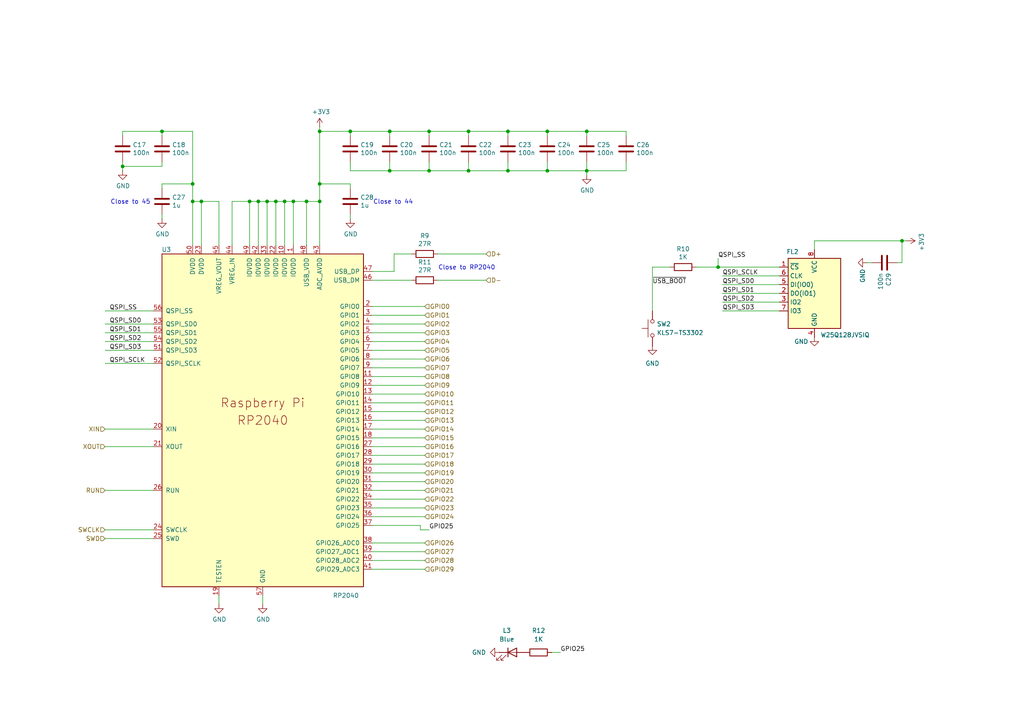
<source format=kicad_sch>
(kicad_sch (version 20231120) (generator "eeschema") (generator_version "8.0")
  (paper "A4")
  (title_block (title "FRANK M1") (date "2025-02-04") (rev "1.00") (company "Mikhail Matveev") (comment 1 "https://github.com/xtremespb/frank"))
  (lib_symbols
    (symbol "+3V3_1" (power) (pin_numbers hide) (pin_names (offset 0) hide)
      (property "Value" "+3V3" (at 0 3.556 0))
      (symbol "+3V3_1_0_1"
        (polyline (pts (xy -0.762 1.27) (xy 0 2.54)))
        (polyline (pts (xy 0 0) (xy 0 2.54)))
        (polyline (pts (xy 0 2.54) (xy 0.762 1.27)))
      )
      (symbol "+3V3_1_1_1"
        (pin power_in line (at 0 0 90) (length 0) (name "~") (number "1"))
      )
    )
    (symbol "Device:C" (pin_numbers hide) (pin_names (offset 0.254))
      (property "Reference" "C" (at 0.635 2.54 0))
      (property "Value" "C" (at 0.635 -2.54 0))
      (symbol "C_0_1"
        (polyline (pts (xy -2.032 -0.762) (xy 2.032 -0.762)) (stroke (width 0.508)))
        (polyline (pts (xy -2.032 0.762) (xy 2.032 0.762)) (stroke (width 0.508)))
      )
      (symbol "C_1_1"
        (pin passive line (at 0 3.81 270) (length 2.794) (name "~") (number "1"))
        (pin passive line (at 0 -3.81 90) (length 2.794) (name "~") (number "2"))
      )
    )
    (symbol "Device:LED" (pin_numbers hide) (pin_names (offset 1.016) hide)
      (property "Reference" "D" (at 0 2.54 0))
      (property "Value" "LED" (at 0 -2.54 0))
      (symbol "LED_0_1"
        (polyline (pts (xy -1.27 -1.27) (xy -1.27 1.27)) (stroke (width 0.254)))
        (polyline (pts (xy -1.27 0) (xy 1.27 0)))
        (polyline (pts (xy 1.27 -1.27) (xy 1.27 1.27) (xy -1.27 0) (xy 1.27 -1.27)) (stroke (width 0.254)))
        (polyline (pts (xy -3.048 -0.762) (xy -4.572 -2.286) (xy -3.81 -2.286) (xy -4.572 -2.286) (xy -4.572 -1.524)))
        (polyline (pts (xy -1.778 -0.762) (xy -3.302 -2.286) (xy -2.54 -2.286) (xy -3.302 -2.286) (xy -3.302 -1.524)))
      )
      (symbol "LED_1_1"
        (pin passive line (at -3.81 0 0) (length 2.54) (name "K") (number "1"))
        (pin passive line (at 3.81 0 180) (length 2.54) (name "A") (number "2"))
      )
    )
    (symbol "Device:R" (pin_numbers hide) (pin_names (offset 0))
      (property "Reference" "R" (at 2.032 0 90))
      (property "Value" "R" (at 0 0 90))
      (symbol "R_0_1"
        (rectangle (start -1.016 -2.54) (end 1.016 2.54) (stroke (width 0.254)))
      )
      (symbol "R_1_1"
        (pin passive line (at 0 3.81 270) (length 1.27) (name "~") (number "1"))
        (pin passive line (at 0 -3.81 90) (length 1.27) (name "~") (number "2"))
      )
    )
    (symbol "FRANK:Flash_W25Q128JVS"
      (property "Reference" "FL1" (at -6.35 12.065 0))
      (property "Value" "W25Q128JVSIQ" (at 8.89 -12.065 0))
      (symbol "Flash_W25Q128JVS_0_1"
        (rectangle (start -7.62 10.16) (end 7.62 -10.16) (stroke (width 0.254)) (fill (type background)))
      )
      (symbol "Flash_W25Q128JVS_1_1"
        (pin input line (at -10.16 7.62 0) (length 2.54) (name "~{CS}") (number "1"))
        (pin bidirectional line (at -10.16 0 0) (length 2.54) (name "DO(IO1)") (number "2"))
        (pin bidirectional line (at -10.16 -2.54 0) (length 2.54) (name "IO2") (number "3"))
        (pin power_in line (at 0 -12.7 90) (length 2.54) (name "GND") (number "4"))
        (pin bidirectional line (at -10.16 2.54 0) (length 2.54) (name "DI(IO0)") (number "5"))
        (pin input line (at -10.16 5.08 0) (length 2.54) (name "CLK") (number "6"))
        (pin bidirectional line (at -10.16 -5.08 0) (length 2.54) (name "IO3") (number "7"))
        (pin power_in line (at 0 12.7 270) (length 2.54) (name "VCC") (number "8"))
      )
    )
    (symbol "FRANK:RP2040" (pin_names (offset 1.016))
      (property "Reference" "RP1" (at -27.94 49.53 0))
      (property "Value" "RP2040" (at 24.13 -50.8 0))
      (symbol "RP2040_0_0"
        (text "Raspberry Pi" (at 0 5.08 0) (effects (font (size 2.54 2.54))))
        (text "RP2040" (at 0 0 0) (effects (font (size 2.54 2.54))))
      )
      (symbol "RP2040_0_1"
        (rectangle (start 29.21 48.26) (end -29.21 -48.26) (stroke (width 0.254)) (fill (type background)))
      )
      (symbol "RP2040_1_1"
        (pin power_in line (at 8.89 50.8 270) (length 2.54) (name "IOVDD") (number "1"))
        (pin power_in line (at 6.35 50.8 270) (length 2.54) (name "IOVDD") (number "10"))
        (pin bidirectional line (at 31.75 12.7 180) (length 2.54) (name "GPIO8") (number "11"))
        (pin bidirectional line (at 31.75 10.16 180) (length 2.54) (name "GPIO9") (number "12"))
        (pin bidirectional line (at 31.75 7.62 180) (length 2.54) (name "GPIO10") (number "13"))
        (pin bidirectional line (at 31.75 5.08 180) (length 2.54) (name "GPIO11") (number "14"))
        (pin bidirectional line (at 31.75 2.54 180) (length 2.54) (name "GPIO12") (number "15"))
        (pin bidirectional line (at 31.75 0 180) (length 2.54) (name "GPIO13") (number "16"))
        (pin bidirectional line (at 31.75 -2.54 180) (length 2.54) (name "GPIO14") (number "17"))
        (pin bidirectional line (at 31.75 -5.08 180) (length 2.54) (name "GPIO15") (number "18"))
        (pin passive line (at -12.7 -50.8 90) (length 2.54) (name "TESTEN") (number "19"))
        (pin bidirectional line (at 31.75 33.02 180) (length 2.54) (name "GPIO0") (number "2"))
        (pin input line (at -31.75 -2.54 0) (length 2.54) (name "XIN") (number "20"))
        (pin passive line (at -31.75 -7.62 0) (length 2.54) (name "XOUT") (number "21"))
        (pin power_in line (at 3.81 50.8 270) (length 2.54) (name "IOVDD") (number "22"))
        (pin power_in line (at -17.78 50.8 270) (length 2.54) (name "DVDD") (number "23"))
        (pin output line (at -31.75 -31.75 0) (length 2.54) (name "SWCLK") (number "24"))
        (pin bidirectional line (at -31.75 -34.29 0) (length 2.54) (name "SWD") (number "25"))
        (pin input line (at -31.75 -20.32 0) (length 2.54) (name "RUN") (number "26"))
        (pin bidirectional line (at 31.75 -7.62 180) (length 2.54) (name "GPIO16") (number "27"))
        (pin bidirectional line (at 31.75 -10.16 180) (length 2.54) (name "GPIO17") (number "28"))
        (pin bidirectional line (at 31.75 -12.7 180) (length 2.54) (name "GPIO18") (number "29"))
        (pin bidirectional line (at 31.75 30.48 180) (length 2.54) (name "GPIO1") (number "3"))
        (pin bidirectional line (at 31.75 -15.24 180) (length 2.54) (name "GPIO19") (number "30"))
        (pin bidirectional line (at 31.75 -17.78 180) (length 2.54) (name "GPIO20") (number "31"))
        (pin bidirectional line (at 31.75 -20.32 180) (length 2.54) (name "GPIO21") (number "32"))
        (pin power_in line (at 1.27 50.8 270) (length 2.54) (name "IOVDD") (number "33"))
        (pin bidirectional line (at 31.75 -22.86 180) (length 2.54) (name "GPIO22") (number "34"))
        (pin bidirectional line (at 31.75 -25.4 180) (length 2.54) (name "GPIO23") (number "35"))
        (pin bidirectional line (at 31.75 -27.94 180) (length 2.54) (name "GPIO24") (number "36"))
        (pin bidirectional line (at 31.75 -30.48 180) (length 2.54) (name "GPIO25") (number "37"))
        (pin bidirectional line (at 31.75 -35.56 180) (length 2.54) (name "GPIO26_ADC0") (number "38"))
        (pin bidirectional line (at 31.75 -38.1 180) (length 2.54) (name "GPIO27_ADC1") (number "39"))
        (pin bidirectional line (at 31.75 27.94 180) (length 2.54) (name "GPIO2") (number "4"))
        (pin bidirectional line (at 31.75 -40.64 180) (length 2.54) (name "GPIO28_ADC2") (number "40"))
        (pin bidirectional line (at 31.75 -43.18 180) (length 2.54) (name "GPIO29_ADC3") (number "41"))
        (pin power_in line (at -1.27 50.8 270) (length 2.54) (name "IOVDD") (number "42"))
        (pin power_in line (at 16.51 50.8 270) (length 2.54) (name "ADC_AVDD") (number "43"))
        (pin power_in line (at -8.89 50.8 270) (length 2.54) (name "VREG_IN") (number "44"))
        (pin power_out line (at -12.7 50.8 270) (length 2.54) (name "VREG_VOUT") (number "45"))
        (pin bidirectional line (at 31.75 40.64 180) (length 2.54) (name "USB_DM") (number "46"))
        (pin bidirectional line (at 31.75 43.18 180) (length 2.54) (name "USB_DP") (number "47"))
        (pin power_in line (at 12.7 50.8 270) (length 2.54) (name "USB_VDD") (number "48"))
        (pin power_in line (at -3.81 50.8 270) (length 2.54) (name "IOVDD") (number "49"))
        (pin bidirectional line (at 31.75 25.4 180) (length 2.54) (name "GPIO3") (number "5"))
        (pin power_in line (at -20.32 50.8 270) (length 2.54) (name "DVDD") (number "50"))
        (pin bidirectional line (at -31.75 20.32 0) (length 2.54) (name "QSPI_SD3") (number "51"))
        (pin output line (at -31.75 16.51 0) (length 2.54) (name "QSPI_SCLK") (number "52"))
        (pin bidirectional line (at -31.75 27.94 0) (length 2.54) (name "QSPI_SD0") (number "53"))
        (pin bidirectional line (at -31.75 22.86 0) (length 2.54) (name "QSPI_SD2") (number "54"))
        (pin bidirectional line (at -31.75 25.4 0) (length 2.54) (name "QSPI_SD1") (number "55"))
        (pin bidirectional line (at -31.75 31.75 0) (length 2.54) (name "QSPI_SS") (number "56"))
        (pin power_in line (at 0 -50.8 90) (length 2.54) (name "GND") (number "57"))
        (pin bidirectional line (at 31.75 22.86 180) (length 2.54) (name "GPIO4") (number "6"))
        (pin bidirectional line (at 31.75 20.32 180) (length 2.54) (name "GPIO5") (number "7"))
        (pin bidirectional line (at 31.75 17.78 180) (length 2.54) (name "GPIO6") (number "8"))
        (pin bidirectional line (at 31.75 15.24 180) (length 2.54) (name "GPIO7") (number "9"))
      )
    )
    (symbol "GND_10" (power) (pin_numbers hide) (pin_names (offset 0) hide)
      (property "Value" "GND" (at 0 -3.81 0))
      (symbol "GND_10_0_1"
        (polyline (pts (xy 0 0) (xy 0 -1.27) (xy 1.27 -1.27) (xy 0 -2.54) (xy -1.27 -1.27) (xy 0 -1.27)))
      )
      (symbol "GND_10_1_1"
        (pin power_in line (at 0 0 270) (length 0) (name "~") (number "1"))
      )
    )
    (symbol "GND_2" (power) (pin_numbers hide) (pin_names (offset 0) hide)
      (property "Value" "GND" (at 0 -3.81 0))
      (symbol "GND_2_0_1"
        (polyline (pts (xy 0 0) (xy 0 -1.27) (xy 1.27 -1.27) (xy 0 -2.54) (xy -1.27 -1.27) (xy 0 -1.27)))
      )
      (symbol "GND_2_1_1"
        (pin power_in line (at 0 0 270) (length 0) (name "~") (number "1"))
      )
    )
    (symbol "GND_3" (power) (pin_numbers hide) (pin_names (offset 0) hide)
      (property "Value" "GND" (at 0 -3.81 0))
      (symbol "GND_3_0_1"
        (polyline (pts (xy 0 0) (xy 0 -1.27) (xy 1.27 -1.27) (xy 0 -2.54) (xy -1.27 -1.27) (xy 0 -1.27)))
      )
      (symbol "GND_3_1_1"
        (pin power_in line (at 0 0 270) (length 0) (name "~") (number "1"))
      )
    )
    (symbol "GND_4" (power) (pin_numbers hide) (pin_names (offset 0) hide)
      (property "Value" "GND" (at 0 -3.81 0))
      (symbol "GND_4_0_1"
        (polyline (pts (xy 0 0) (xy 0 -1.27) (xy 1.27 -1.27) (xy 0 -2.54) (xy -1.27 -1.27) (xy 0 -1.27)))
      )
      (symbol "GND_4_1_1"
        (pin power_in line (at 0 0 270) (length 0) (name "~") (number "1"))
      )
    )
    (symbol "GND_5" (power) (pin_numbers hide) (pin_names (offset 0) hide)
      (property "Value" "GND" (at 0 -3.81 0))
      (symbol "GND_5_0_1"
        (polyline (pts (xy 0 0) (xy 0 -1.27) (xy 1.27 -1.27) (xy 0 -2.54) (xy -1.27 -1.27) (xy 0 -1.27)))
      )
      (symbol "GND_5_1_1"
        (pin power_in line (at 0 0 270) (length 0) (name "~") (number "1"))
      )
    )
    (symbol "GND_6" (power) (pin_numbers hide) (pin_names (offset 0) hide)
      (property "Value" "GND" (at 0 -3.81 0))
      (symbol "GND_6_0_1"
        (polyline (pts (xy 0 0) (xy 0 -1.27) (xy 1.27 -1.27) (xy 0 -2.54) (xy -1.27 -1.27) (xy 0 -1.27)))
      )
      (symbol "GND_6_1_1"
        (pin power_in line (at 0 0 270) (length 0) (name "~") (number "1"))
      )
    )
    (symbol "GND_7" (power) (pin_numbers hide) (pin_names (offset 0) hide)
      (property "Value" "GND" (at 0 -3.81 0))
      (symbol "GND_7_0_1"
        (polyline (pts (xy 0 0) (xy 0 -1.27) (xy 1.27 -1.27) (xy 0 -2.54) (xy -1.27 -1.27) (xy 0 -1.27)))
      )
      (symbol "GND_7_1_1"
        (pin power_in line (at 0 0 270) (length 0) (name "~") (number "1"))
      )
    )
    (symbol "GND_8" (power) (pin_numbers hide) (pin_names (offset 0) hide)
      (property "Value" "GND" (at 0 -3.81 0))
      (symbol "GND_8_0_1"
        (polyline (pts (xy 0 0) (xy 0 -1.27) (xy 1.27 -1.27) (xy 0 -2.54) (xy -1.27 -1.27) (xy 0 -1.27)))
      )
      (symbol "GND_8_1_1"
        (pin power_in line (at 0 0 270) (length 0) (name "~") (number "1"))
      )
    )
    (symbol "GND_9" (power) (pin_numbers hide) (pin_names (offset 0) hide)
      (property "Value" "GND" (at 0 -3.81 0))
      (symbol "GND_9_0_1"
        (polyline (pts (xy 0 0) (xy 0 -1.27) (xy 1.27 -1.27) (xy 0 -2.54) (xy -1.27 -1.27) (xy 0 -1.27)))
      )
      (symbol "GND_9_1_1"
        (pin power_in line (at 0 0 270) (length 0) (name "~") (number "1"))
      )
    )
    (symbol "Switch:SW_Push" (pin_numbers hide) (pin_names (offset 1.016) hide)
      (property "Reference" "SW" (at 1.27 2.54 0))
      (property "Value" "SW_Push" (at 0 -1.524 0))
      (symbol "SW_Push_0_1"
        (circle (center -2.032 0) (radius 0.508))
        (polyline (pts (xy 0 1.27) (xy 0 3.048)))
        (polyline (pts (xy 2.54 1.27) (xy -2.54 1.27)))
        (circle (center 2.032 0) (radius 0.508))
        (pin passive line (at -5.08 0 0) (length 2.54) (name "1") (number "1"))
        (pin passive line (at 5.08 0 180) (length 2.54) (name "2") (number "2"))
      )
    )
    (symbol "power:+3V3" (power) (pin_numbers hide) (pin_names (offset 0) hide)
      (property "Value" "+3V3" (at 0 3.556 0))
      (symbol "+3V3_0_1"
        (polyline (pts (xy -0.762 1.27) (xy 0 2.54)))
        (polyline (pts (xy 0 0) (xy 0 2.54)))
        (polyline (pts (xy 0 2.54) (xy 0.762 1.27)))
      )
      (symbol "+3V3_1_1"
        (pin power_in line (at 0 0 90) (length 0) (name "~") (number "1"))
      )
    )
    (symbol "power:GND" (power) (pin_numbers hide) (pin_names (offset 0) hide)
      (property "Value" "GND" (at 0 -3.81 0))
      (symbol "GND_0_1"
        (polyline (pts (xy 0 0) (xy 0 -1.27) (xy 1.27 -1.27) (xy 0 -2.54) (xy -1.27 -1.27) (xy 0 -1.27)))
      )
      (symbol "GND_1_1"
        (pin power_in line (at 0 0 270) (length 0) (name "~") (number "1"))
      )
    )
  )
  (junction (at 58.42 58.42))
  (junction (at 113.03 49.53))
  (junction (at 88.9 58.42))
  (junction (at 101.6 38.1))
  (junction (at 158.75 49.53))
  (junction (at 72.39 58.42))
  (junction (at 170.18 38.1))
  (junction (at 82.55 58.42))
  (junction (at 92.71 53.34))
  (junction (at 170.18 49.53))
  (junction (at 35.56 48.26))
  (junction (at 147.32 49.53))
  (junction (at 80.01 58.42))
  (junction (at 135.89 38.1))
  (junction (at 55.88 53.34))
  (junction (at 113.03 38.1))
  (junction (at 46.99 38.1))
  (junction (at 208.28 77.47))
  (junction (at 135.89 49.53))
  (junction (at 92.71 38.1))
  (junction (at 85.09 58.42))
  (junction (at 74.93 58.42))
  (junction (at 158.75 38.1))
  (junction (at 124.46 38.1))
  (junction (at 92.71 58.42))
  (junction (at 55.88 58.42))
  (junction (at 77.47 58.42))
  (junction (at 261.62 69.85))
  (junction (at 124.46 49.53))
  (junction (at 147.32 38.1))
  (wire (pts (xy 58.42 58.42) (xy 55.88 58.42)))
  (wire (pts (xy 226.06 82.55) (xy 209.55 82.55)))
  (wire (pts (xy 127 73.66) (xy 140.97 73.66)))
  (wire (pts (xy 107.95 104.14) (xy 123.19 104.14)))
  (wire (pts (xy 121.92 152.4) (xy 107.95 152.4)))
  (wire (pts (xy 46.99 48.26) (xy 46.99 46.99)))
  (wire (pts (xy 170.18 46.99) (xy 170.18 49.53)))
  (wire (pts (xy 189.23 77.47) (xy 189.23 90.17)))
  (wire (pts (xy 114.3 73.66) (xy 114.3 78.74)))
  (wire (pts (xy 82.55 58.42) (xy 85.09 58.42)))
  (wire (pts (xy 158.75 39.37) (xy 158.75 38.1)))
  (wire (pts (xy 92.71 38.1) (xy 101.6 38.1)))
  (wire (pts (xy 101.6 46.99) (xy 101.6 49.53)))
  (wire (pts (xy 101.6 39.37) (xy 101.6 38.1)))
  (wire (pts (xy 67.31 58.42) (xy 72.39 58.42)))
  (wire (pts (xy 252.73 76.2) (xy 251.46 76.2)))
  (wire (pts (xy 181.61 39.37) (xy 181.61 38.1)))
  (wire (pts (xy 107.95 142.24) (xy 123.19 142.24)))
  (wire (pts (xy 107.95 160.02) (xy 123.19 160.02)))
  (wire (pts (xy 113.03 39.37) (xy 113.03 38.1)))
  (wire (pts (xy 260.35 76.2) (xy 261.62 76.2)))
  (wire (pts (xy 101.6 62.23) (xy 101.6 63.5)))
  (wire (pts (xy 80.01 58.42) (xy 82.55 58.42)))
  (wire (pts (xy 92.71 58.42) (xy 92.71 71.12)))
  (wire (pts (xy 63.5 71.12) (xy 63.5 58.42)))
  (wire (pts (xy 30.48 99.06) (xy 44.45 99.06)))
  (wire (pts (xy 107.95 165.1) (xy 123.19 165.1)))
  (wire (pts (xy 113.03 46.99) (xy 113.03 49.53)))
  (wire (pts (xy 236.22 69.85) (xy 261.62 69.85)))
  (wire (pts (xy 46.99 39.37) (xy 46.99 38.1)))
  (wire (pts (xy 208.28 77.47) (xy 226.06 77.47)))
  (wire (pts (xy 107.95 127) (xy 123.19 127)))
  (wire (pts (xy 189.23 77.47) (xy 194.31 77.47)))
  (wire (pts (xy 30.48 124.46) (xy 44.45 124.46)))
  (wire (pts (xy 107.95 96.52) (xy 123.19 96.52)))
  (wire (pts (xy 181.61 46.99) (xy 181.61 49.53)))
  (wire (pts (xy 46.99 62.23) (xy 46.99 63.5)))
  (wire (pts (xy 107.95 101.6) (xy 123.19 101.6)))
  (wire (pts (xy 46.99 54.61) (xy 46.99 53.34)))
  (wire (pts (xy 92.71 53.34) (xy 92.71 58.42)))
  (wire (pts (xy 92.71 38.1) (xy 92.71 53.34)))
  (wire (pts (xy 127 81.28) (xy 140.97 81.28)))
  (wire (pts (xy 101.6 54.61) (xy 101.6 53.34)))
  (wire (pts (xy 88.9 71.12) (xy 88.9 58.42)))
  (wire (pts (xy 158.75 46.99) (xy 158.75 49.53)))
  (wire (pts (xy 55.88 53.34) (xy 55.88 58.42)))
  (wire (pts (xy 44.45 129.54) (xy 30.48 129.54)))
  (wire (pts (xy 44.45 153.67) (xy 30.48 153.67)))
  (wire (pts (xy 107.95 124.46) (xy 123.19 124.46)))
  (wire (pts (xy 107.95 139.7) (xy 123.19 139.7)))
  (wire (pts (xy 147.32 49.53) (xy 135.89 49.53)))
  (wire (pts (xy 72.39 58.42) (xy 74.93 58.42)))
  (wire (pts (xy 226.06 90.17) (xy 209.55 90.17)))
  (wire (pts (xy 101.6 38.1) (xy 113.03 38.1)))
  (wire (pts (xy 209.55 80.01) (xy 226.06 80.01)))
  (wire (pts (xy 107.95 162.56) (xy 123.19 162.56)))
  (wire (pts (xy 67.31 71.12) (xy 67.31 58.42)))
  (wire (pts (xy 88.9 58.42) (xy 92.71 58.42)))
  (wire (pts (xy 46.99 53.34) (xy 55.88 53.34)))
  (wire (pts (xy 201.93 77.47) (xy 208.28 77.47)))
  (wire (pts (xy 35.56 46.99) (xy 35.56 48.26)))
  (wire (pts (xy 135.89 38.1) (xy 147.32 38.1)))
  (wire (pts (xy 107.95 99.06) (xy 123.19 99.06)))
  (wire (pts (xy 107.95 114.3) (xy 123.19 114.3)))
  (wire (pts (xy 147.32 38.1) (xy 158.75 38.1)))
  (wire (pts (xy 55.88 38.1) (xy 55.88 53.34)))
  (wire (pts (xy 226.06 85.09) (xy 209.55 85.09)))
  (wire (pts (xy 236.22 72.39) (xy 236.22 69.85)))
  (wire (pts (xy 170.18 38.1) (xy 181.61 38.1)))
  (wire (pts (xy 114.3 73.66) (xy 119.38 73.66)))
  (wire (pts (xy 30.48 101.6) (xy 44.45 101.6)))
  (wire (pts (xy 107.95 147.32) (xy 123.19 147.32)))
  (wire (pts (xy 107.95 129.54) (xy 123.19 129.54)))
  (wire (pts (xy 80.01 71.12) (xy 80.01 58.42)))
  (wire (pts (xy 147.32 46.99) (xy 147.32 49.53)))
  (wire (pts (xy 72.39 71.12) (xy 72.39 58.42)))
  (wire (pts (xy 30.48 93.98) (xy 44.45 93.98)))
  (wire (pts (xy 107.95 106.68) (xy 123.19 106.68)))
  (wire (pts (xy 158.75 38.1) (xy 170.18 38.1)))
  (wire (pts (xy 113.03 38.1) (xy 124.46 38.1)))
  (wire (pts (xy 63.5 172.72) (xy 63.5 175.26)))
  (wire (pts (xy 107.95 132.08) (xy 123.19 132.08)))
  (wire (pts (xy 160.02 189.23) (xy 162.56 189.23)))
  (wire (pts (xy 107.95 116.84) (xy 123.19 116.84)))
  (wire (pts (xy 107.95 78.74) (xy 114.3 78.74)))
  (wire (pts (xy 124.46 46.99) (xy 124.46 49.53)))
  (wire (pts (xy 262.89 69.85) (xy 261.62 69.85)))
  (wire (pts (xy 147.32 39.37) (xy 147.32 38.1)))
  (wire (pts (xy 107.95 81.28) (xy 119.38 81.28)))
  (wire (pts (xy 35.56 48.26) (xy 46.99 48.26)))
  (wire (pts (xy 124.46 39.37) (xy 124.46 38.1)))
  (wire (pts (xy 107.95 91.44) (xy 123.19 91.44)))
  (wire (pts (xy 158.75 49.53) (xy 147.32 49.53)))
  (wire (pts (xy 92.71 53.34) (xy 101.6 53.34)))
  (wire (pts (xy 170.18 49.53) (xy 181.61 49.53)))
  (wire (pts (xy 55.88 58.42) (xy 55.88 71.12)))
  (wire (pts (xy 44.45 142.24) (xy 30.48 142.24)))
  (wire (pts (xy 44.45 156.21) (xy 30.48 156.21)))
  (wire (pts (xy 170.18 39.37) (xy 170.18 38.1)))
  (wire (pts (xy 85.09 58.42) (xy 88.9 58.42)))
  (wire (pts (xy 121.92 153.67) (xy 124.46 153.67)))
  (wire (pts (xy 107.95 119.38) (xy 123.19 119.38)))
  (wire (pts (xy 135.89 46.99) (xy 135.89 49.53)))
  (wire (pts (xy 113.03 49.53) (xy 101.6 49.53)))
  (wire (pts (xy 63.5 58.42) (xy 58.42 58.42)))
  (wire (pts (xy 135.89 39.37) (xy 135.89 38.1)))
  (wire (pts (xy 226.06 87.63) (xy 209.55 87.63)))
  (wire (pts (xy 124.46 38.1) (xy 135.89 38.1)))
  (wire (pts (xy 107.95 93.98) (xy 123.19 93.98)))
  (wire (pts (xy 135.89 49.53) (xy 124.46 49.53)))
  (wire (pts (xy 92.71 36.83) (xy 92.71 38.1)))
  (wire (pts (xy 121.92 153.67) (xy 121.92 152.4)))
  (wire (pts (xy 107.95 121.92) (xy 123.19 121.92)))
  (wire (pts (xy 208.28 74.93) (xy 208.28 77.47)))
  (wire (pts (xy 124.46 49.53) (xy 113.03 49.53)))
  (wire (pts (xy 77.47 58.42) (xy 80.01 58.42)))
  (wire (pts (xy 46.99 38.1) (xy 55.88 38.1)))
  (wire (pts (xy 107.95 111.76) (xy 123.19 111.76)))
  (wire (pts (xy 30.48 96.52) (xy 44.45 96.52)))
  (wire (pts (xy 85.09 58.42) (xy 85.09 71.12)))
  (wire (pts (xy 107.95 137.16) (xy 123.19 137.16)))
  (wire (pts (xy 35.56 38.1) (xy 46.99 38.1)))
  (wire (pts (xy 35.56 39.37) (xy 35.56 38.1)))
  (wire (pts (xy 35.56 48.26) (xy 35.56 49.53)))
  (wire (pts (xy 158.75 49.53) (xy 170.18 49.53)))
  (wire (pts (xy 74.93 71.12) (xy 74.93 58.42)))
  (wire (pts (xy 76.2 172.72) (xy 76.2 175.26)))
  (wire (pts (xy 44.45 105.41) (xy 30.48 105.41)))
  (wire (pts (xy 74.93 58.42) (xy 77.47 58.42)))
  (wire (pts (xy 170.18 49.53) (xy 170.18 50.8)))
  (wire (pts (xy 44.45 90.17) (xy 30.48 90.17)))
  (wire (pts (xy 107.95 134.62) (xy 123.19 134.62)))
  (wire (pts (xy 107.95 109.22) (xy 123.19 109.22)))
  (wire (pts (xy 77.47 71.12) (xy 77.47 58.42)))
  (wire (pts (xy 58.42 71.12) (xy 58.42 58.42)))
  (wire (pts (xy 107.95 157.48) (xy 123.19 157.48)))
  (wire (pts (xy 107.95 149.86) (xy 123.19 149.86)))
  (wire (pts (xy 261.62 76.2) (xy 261.62 69.85)))
  (wire (pts (xy 107.95 88.9) (xy 123.19 88.9)))
  (wire (pts (xy 82.55 71.12) (xy 82.55 58.42)))
  (wire (pts (xy 107.95 144.78) (xy 123.19 144.78)))
  (text "Close to 44" (at 114.046 58.674 0) (effects (font (size 1.27 1.27))))
  (text "Close to RP2040" (at 135.382 77.724 0) (effects (font (size 1.27 1.27))))
  (text "Close to 45" (at 37.846 58.674 0) (effects (font (size 1.27 1.27))))
  (label "QSPI_SD2" (at 209.55 87.63 0))
  (label "QSPI_SCLK" (at 31.75 105.41 0))
  (label "QSPI_SD0" (at 31.75 93.98 0))
  (label "QSPI_SS" (at 208.28 74.93 0))
  (label "QSPI_SCLK" (at 209.55 80.01 0))
  (label "QSPI_SD1" (at 31.75 96.52 0))
  (label "QSPI_SD3" (at 31.75 101.6 0))
  (label "GPIO25" (at 162.56 189.23 0))
  (label "GPIO25" (at 124.46 153.67 0))
  (label "~{USB_BOOT}" (at 189.23 82.55 0))
  (label "QSPI_SD0" (at 209.55 82.55 0))
  (label "QSPI_SD1" (at 209.55 85.09 0))
  (label "QSPI_SD3" (at 209.55 90.17 0))
  (label "QSPI_SD2" (at 31.75 99.06 0))
  (label "QSPI_SS" (at 31.75 90.17 0))
  (hierarchical_label "GPIO18" (shape input) (at 123.19 134.62 0))
  (hierarchical_label "GPIO29" (shape input) (at 123.19 165.1 0))
  (hierarchical_label "GPIO3" (shape input) (at 123.19 96.52 0))
  (hierarchical_label "GPIO15" (shape input) (at 123.19 127 0))
  (hierarchical_label "GPIO21" (shape input) (at 123.19 142.24 0))
  (hierarchical_label "GPIO16" (shape input) (at 123.19 129.54 0))
  (hierarchical_label "GPIO1" (shape input) (at 123.19 91.44 0))
  (hierarchical_label "D-" (shape input) (at 140.97 81.28 0))
  (hierarchical_label "GPIO11" (shape input) (at 123.19 116.84 0))
  (hierarchical_label "GPIO27" (shape input) (at 123.19 160.02 0))
  (hierarchical_label "D+" (shape input) (at 140.97 73.66 0))
  (hierarchical_label "GPIO20" (shape input) (at 123.19 139.7 0))
  (hierarchical_label "GPIO14" (shape input) (at 123.19 124.46 0))
  (hierarchical_label "GPIO8" (shape input) (at 123.19 109.22 0))
  (hierarchical_label "GPIO26" (shape input) (at 123.19 157.48 0))
  (hierarchical_label "GPIO22" (shape input) (at 123.19 144.78 0))
  (hierarchical_label "GPIO4" (shape input) (at 123.19 99.06 0))
  (hierarchical_label "GPIO7" (shape input) (at 123.19 106.68 0))
  (hierarchical_label "GPIO10" (shape input) (at 123.19 114.3 0))
  (hierarchical_label "SWD" (shape input) (at 30.48 156.21 180))
  (hierarchical_label "GPIO28" (shape input) (at 123.19 162.56 0))
  (hierarchical_label "RUN" (shape input) (at 30.48 142.24 180))
  (hierarchical_label "GPIO23" (shape input) (at 123.19 147.32 0))
  (hierarchical_label "GPIO0" (shape input) (at 123.19 88.9 0))
  (hierarchical_label "GPIO5" (shape input) (at 123.19 101.6 0))
  (hierarchical_label "SWCLK" (shape input) (at 30.48 153.67 180))
  (hierarchical_label "GPIO13" (shape input) (at 123.19 121.92 0))
  (hierarchical_label "GPIO6" (shape input) (at 123.19 104.14 0))
  (hierarchical_label "XIN" (shape input) (at 30.48 124.46 180))
  (hierarchical_label "GPIO2" (shape input) (at 123.19 93.98 0))
  (hierarchical_label "GPIO17" (shape input) (at 123.19 132.08 0))
  (hierarchical_label "GPIO12" (shape input) (at 123.19 119.38 0))
  (hierarchical_label "GPIO9" (shape input) (at 123.19 111.76 0))
  (hierarchical_label "GPIO24" (shape input) (at 123.19 149.86 0))
  (hierarchical_label "XOUT" (shape input) (at 30.48 129.54 180))
  (hierarchical_label "GPIO19" (shape input) (at 123.19 137.16 0))
  (symbol (lib_id "Device:C") (at 46.99 43.18 0) (unit 1)
    (property "Reference" "C18" (at 49.911 42.0116 0) (effects (justify left)))
    (property "Value" "100n" (at 49.911 44.323 0) (effects (justify left)))
    (property "Footprint" "FRANK:Capacitor (0805)" (effects (hide yes)))
    (property "Datasheet" "https://eu.mouser.com/datasheet/2/447/KEM_C1075_X7R_HT_SMD-3316221.pdf" (effects (hide yes)))
    (property "AliExpress" "https://www.aliexpress.com/item/33008008276.html" (effects (hide yes)))
    (instances (project "frank_m1" (path "" (reference "C18") (unit 1)) (path "" (reference "C2") (unit 1))))
  )
  (symbol (lib_id "FRANK:RP2040") (at 76.2 121.92 0) (unit 1)
    (property "Reference" "U3" (at 48.26 72.39 0))
    (property "Value" "RP2040" (at 100.33 172.72 0))
    (property "Footprint" "FRANK:QFN 56" (effects (hide yes)))
    (property "Datasheet" "https://datasheets.raspberrypi.com/rp2040/rp2040-datasheet.pdf" (effects (hide yes)))
    (property "AliExpress" "https://www.aliexpress.com/item/1005007275652762.html" (effects (hide yes)))
    (instances (project "frank_m1" (path "" (reference "U3") (unit 1)) (path "" (reference "U1") (unit 1))))
  )
  (symbol (lib_id "Device:R") (at 156.21 189.23 90) (unit 1)
    (property "Reference" "R12" (at 156.21 182.88 90))
    (property "Value" "1K" (at 156.21 185.42 90))
    (property "Footprint" "FRANK:Resistor (0805)" (effects (hide yes)))
    (property "Datasheet" "https://www.vishay.com/docs/28952/mcs0402at-mct0603at-mcu0805at-mca1206at.pdf" (effects (hide yes)))
    (property "Description" "Resistor" (effects (hide yes)))
    (property "AliExpress" "https://www.aliexpress.com/item/1005005945735199.html" (effects (hide yes)))
    (instances (project "frank_m1" (path "" (reference "R12") (unit 1)) (path "" (reference "R4") (unit 1))))
  )
  (symbol (lib_name "+3V3_1") (lib_id "power:+3V3") (at 92.71 36.83 0) (unit 1)
    (property "Reference" "#PWR026" (effects (hide yes)))
    (property "Value" "+3V3" (at 93.091 32.4358 0))
    (property "Description" "Power symbol creates a global label with name \"+3V3\"" (effects (hide yes)))
    (instances (project "frank_m1" (path "" (reference "#PWR026") (unit 1)) (path "" (reference "#PWR01") (unit 1))))
  )
  (symbol (lib_id "FRANK:Flash_W25Q128JVS") (at 236.22 85.09 0) (unit 1)
    (property "Reference" "FL2" (at 229.87 73.025 0))
    (property "Value" "W25Q128JVSIQ" (at 245.11 97.155 0))
    (property "Footprint" "FRANK:SOIC-8" (effects (hide yes)))
    (property "Datasheet" "https://www.winbond.com/resource-files/w25q128jv_dtr%20revc%2003272018%20plus.pdf" (effects (hide yes)))
    (property "Description" "128Mb Serial Flash Memory, Standard/Dual/Quad SPI, SOIC-8" (effects (hide yes)))
    (property "AliExpress" "https://www.aliexpress.com/item/1005007820627233.html" (effects (hide yes)))
    (instances (project "frank_m1" (path "" (reference "FL2") (unit 1)) (path "" (reference "FL1") (unit 1))))
  )
  (symbol (lib_id "Device:C") (at 135.89 43.18 0) (unit 1)
    (property "Reference" "C22" (at 138.811 42.0116 0) (effects (justify left)))
    (property "Value" "100n" (at 138.811 44.323 0) (effects (justify left)))
    (property "Footprint" "FRANK:Capacitor (0805)" (effects (hide yes)))
    (property "Datasheet" "https://eu.mouser.com/datasheet/2/447/KEM_C1075_X7R_HT_SMD-3316221.pdf" (effects (hide yes)))
    (property "AliExpress" "https://www.aliexpress.com/item/33008008276.html" (effects (hide yes)))
    (instances (project "frank_m1" (path "" (reference "C22") (unit 1)) (path "" (reference "C6") (unit 1))))
  )
  (symbol (lib_name "GND_2") (lib_id "power:GND") (at 144.78 189.23 270) (unit 1)
    (property "Reference" "#PWR037" (effects (hide yes)))
    (property "Value" "GND" (at 140.97 189.2299 90) (effects (justify right)))
    (property "Description" "Power symbol creates a global label with name \"GND\" , ground" (effects (hide yes)))
    (instances (project "frank_m1" (path "" (reference "#PWR037") (unit 1)) (path "" (reference "#PWR012") (unit 1))))
  )
  (symbol (lib_id "power:GND") (at 189.23 100.33 0) (unit 1)
    (property "Reference" "#PWR034" (effects (hide yes)))
    (property "Value" "GND" (at 189.23 105.41 0))
    (property "Description" "Power symbol creates a global label with name \"GND\" , ground" (effects (hide yes)))
    (instances (project "" (path "" (reference "#PWR034") (unit 1)) (path "" (reference "#PWR09") (unit 1))))
  )
  (symbol (lib_id "Device:R") (at 123.19 81.28 270) (unit 1)
    (property "Reference" "R11" (at 123.19 76.0222 90))
    (property "Value" "27R" (at 123.19 78.3336 90))
    (property "Footprint" "FRANK:Resistor (0805)" (effects (hide yes)))
    (property "Datasheet" "https://www.vishay.com/docs/28952/mcs0402at-mct0603at-mcu0805at-mca1206at.pdf" (effects (hide yes)))
    (property "AliExpress" "https://www.aliexpress.com/item/1005005945735199.html" (effects (hide yes)))
    (instances (project "frank_m1" (path "" (reference "R11") (unit 1)) (path "" (reference "R3") (unit 1))))
  )
  (symbol (lib_id "Device:R") (at 123.19 73.66 270) (unit 1)
    (property "Reference" "R9" (at 123.19 68.4022 90))
    (property "Value" "27R" (at 123.19 70.7136 90))
    (property "Footprint" "FRANK:Resistor (0805)" (effects (hide yes)))
    (property "Datasheet" "https://www.vishay.com/docs/28952/mcs0402at-mct0603at-mcu0805at-mca1206at.pdf" (effects (hide yes)))
    (property "AliExpress" "https://www.aliexpress.com/item/1005005945735199.html" (effects (hide yes)))
    (instances (project "frank_m1" (path "" (reference "R9") (unit 1)) (path "" (reference "R1") (unit 1))))
  )
  (symbol (lib_name "GND_4") (lib_id "power:GND") (at 46.99 63.5 0) (unit 1)
    (property "Reference" "#PWR029" (effects (hide yes)))
    (property "Value" "GND" (at 47.117 67.8942 0))
    (property "Description" "Power symbol creates a global label with name \"GND\" , ground" (effects (hide yes)))
    (instances (project "frank_m1" (path "" (reference "#PWR029") (unit 1)) (path "" (reference "#PWR04") (unit 1))))
  )
  (symbol (lib_id "power:+3V3") (at 262.89 69.85 270) (unit 1)
    (property "Reference" "#PWR031" (effects (hide yes)))
    (property "Value" "+3V3" (at 267.2842 70.231 0))
    (property "Description" "Power symbol creates a global label with name \"+3V3\"" (effects (hide yes)))
    (instances (project "frank_m1" (path "" (reference "#PWR031") (unit 1)) (path "" (reference "#PWR06") (unit 1))))
  )
  (symbol (lib_name "GND_6") (lib_id "power:GND") (at 76.2 175.26 0) (unit 1)
    (property "Reference" "#PWR036" (effects (hide yes)))
    (property "Value" "GND" (at 76.327 179.6542 0))
    (property "Description" "Power symbol creates a global label with name \"GND\" , ground" (effects (hide yes)))
    (instances (project "frank_m1" (path "" (reference "#PWR036") (unit 1)) (path "" (reference "#PWR011") (unit 1))))
  )
  (symbol (lib_id "Device:C") (at 35.56 43.18 0) (unit 1)
    (property "Reference" "C17" (at 38.481 42.0116 0) (effects (justify left)))
    (property "Value" "100n" (at 38.481 44.323 0) (effects (justify left)))
    (property "Footprint" "FRANK:Capacitor (0805)" (effects (hide yes)))
    (property "Datasheet" "https://eu.mouser.com/datasheet/2/447/KEM_C1075_X7R_HT_SMD-3316221.pdf" (effects (hide yes)))
    (property "AliExpress" "https://www.aliexpress.com/item/33008008276.html" (effects (hide yes)))
    (instances (project "frank_m1" (path "" (reference "C17") (unit 1)) (path "" (reference "C1") (unit 1))))
  )
  (symbol (lib_name "GND_10") (lib_id "power:GND") (at 236.22 97.79 0) (unit 1)
    (property "Reference" "#PWR033" (effects (hide yes)))
    (property "Value" "GND" (at 232.41 99.06 0))
    (property "Description" "Power symbol creates a global label with name \"GND\" , ground" (effects (hide yes)))
    (instances (project "frank_m1" (path "" (reference "#PWR033") (unit 1)) (path "" (reference "#PWR08") (unit 1))))
  )
  (symbol (lib_name "GND_3") (lib_id "power:GND") (at 35.56 49.53 0) (unit 1)
    (property "Reference" "#PWR027" (effects (hide yes)))
    (property "Value" "GND" (at 35.687 53.9242 0))
    (property "Description" "Power symbol creates a global label with name \"GND\" , ground" (effects (hide yes)))
    (instances (project "frank_m1" (path "" (reference "#PWR027") (unit 1)) (path "" (reference "#PWR02") (unit 1))))
  )
  (symbol (lib_id "Device:C") (at 101.6 43.18 0) (unit 1)
    (property "Reference" "C19" (at 104.521 42.0116 0) (effects (justify left)))
    (property "Value" "100n" (at 104.521 44.323 0) (effects (justify left)))
    (property "Footprint" "FRANK:Capacitor (0805)" (effects (hide yes)))
    (property "Datasheet" "https://eu.mouser.com/datasheet/2/447/KEM_C1075_X7R_HT_SMD-3316221.pdf" (effects (hide yes)))
    (property "AliExpress" "https://www.aliexpress.com/item/33008008276.html" (effects (hide yes)))
    (instances (project "frank_m1" (path "" (reference "C19") (unit 1)) (path "" (reference "C3") (unit 1))))
  )
  (symbol (lib_name "GND_9") (lib_id "power:GND") (at 251.46 76.2 270) (unit 1)
    (property "Reference" "#PWR032" (effects (hide yes)))
    (property "Value" "GND" (at 250.19 80.01 0))
    (property "Description" "Power symbol creates a global label with name \"GND\" , ground" (effects (hide yes)))
    (instances (project "frank_m1" (path "" (reference "#PWR032") (unit 1)) (path "" (reference "#PWR07") (unit 1))))
  )
  (symbol (lib_id "Device:C") (at 113.03 43.18 0) (unit 1)
    (property "Reference" "C20" (at 115.951 42.0116 0) (effects (justify left)))
    (property "Value" "100n" (at 115.951 44.323 0) (effects (justify left)))
    (property "Footprint" "FRANK:Capacitor (0805)" (effects (hide yes)))
    (property "Datasheet" "https://eu.mouser.com/datasheet/2/447/KEM_C1075_X7R_HT_SMD-3316221.pdf" (effects (hide yes)))
    (property "AliExpress" "https://www.aliexpress.com/item/33008008276.html" (effects (hide yes)))
    (instances (project "frank_m1" (path "" (reference "C20") (unit 1)) (path "" (reference "C4") (unit 1))))
  )
  (symbol (lib_id "Device:C") (at 101.6 58.42 0) (unit 1)
    (property "Reference" "C28" (at 104.521 57.2516 0) (effects (justify left)))
    (property "Value" "1u" (at 104.521 59.563 0) (effects (justify left)))
    (property "Footprint" "FRANK:Capacitor (0805)" (effects (hide yes)))
    (property "Datasheet" "https://eu.mouser.com/datasheet/2/40/KGM_X7R-3223212.pdf" (effects (hide yes)))
    (property "AliExpress" "https://www.aliexpress.com/item/33008008276.html" (effects (hide yes)))
    (instances (project "frank_m1" (path "" (reference "C28") (unit 1)) (path "" (reference "C12") (unit 1))))
  )
  (symbol (lib_id "Device:C") (at 256.54 76.2 270) (unit 1)
    (property "Reference" "C29" (at 257.7084 79.121 0) (effects (justify left)))
    (property "Value" "100n" (at 255.397 79.121 0) (effects (justify left)))
    (property "Footprint" "FRANK:Capacitor (0805)" (effects (hide yes)))
    (property "Datasheet" "https://eu.mouser.com/datasheet/2/447/KEM_C1075_X7R_HT_SMD-3316221.pdf" (effects (hide yes)))
    (property "AliExpress" "https://www.aliexpress.com/item/33008008276.html" (effects (hide yes)))
    (instances (project "frank_m1" (path "" (reference "C29") (unit 1)) (path "" (reference "C13") (unit 1))))
  )
  (symbol (lib_id "Device:C") (at 181.61 43.18 0) (unit 1)
    (property "Reference" "C26" (at 184.531 42.0116 0) (effects (justify left)))
    (property "Value" "100n" (at 184.531 44.323 0) (effects (justify left)))
    (property "Footprint" "FRANK:Capacitor (0805)" (effects (hide yes)))
    (property "Datasheet" "https://eu.mouser.com/datasheet/2/447/KEM_C1075_X7R_HT_SMD-3316221.pdf" (effects (hide yes)))
    (property "AliExpress" "https://www.aliexpress.com/item/33008008276.html" (effects (hide yes)))
    (instances (project "frank_m1" (path "" (reference "C26") (unit 1)) (path "" (reference "C10") (unit 1))))
  )
  (symbol (lib_id "Switch:SW_Push") (at 189.23 95.25 90) (unit 1)
    (property "Reference" "SW2" (at 190.5 93.9799 90) (effects (justify right)))
    (property "Value" "KLS7-TS3302" (at 190.5 96.5199 90) (effects (justify right)))
    (property "Footprint" "FRANK:Button (SMD, 3x3mm, 1-1)" (effects (hide yes)))
    (property "Datasheet" "https://img.klsele.com/admin/product_upload/20150508135408KLS7-TS3302.pdf" (effects (hide yes)))
    (property "Description" "Push button switch, generic, two pins" (effects (hide yes)))
    (property "AliExpress" "https://www.aliexpress.com/item/1005007359248990.html" (effects (hide yes)))
    (instances (project "" (path "" (reference "SW2") (unit 1)) (path "" (reference "SW1") (unit 1))))
  )
  (symbol (lib_id "Device:LED") (at 148.59 189.23 0) (unit 1)
    (property "Reference" "L3" (at 147.0025 182.88 0))
    (property "Value" "Blue" (at 147.0025 185.42 0))
    (property "Footprint" "FRANK:LED (0805)" (effects (hide yes)))
    (property "Datasheet" "https://www.we-online.com/components/products/datasheet/15408085BA400.pdf" (effects (hide yes)))
    (property "Description" "Light emitting diode" (effects (hide yes)))
    (property "AliExpress" "https://www.aliexpress.com/item/1005007252088951.html" (effects (hide yes)))
    (instances (project "frank_m1" (path "" (reference "L3") (unit 1)) (path "" (reference "L1") (unit 1))))
  )
  (symbol (lib_name "GND_8") (lib_id "power:GND") (at 170.18 50.8 0) (unit 1)
    (property "Reference" "#PWR028" (effects (hide yes)))
    (property "Value" "GND" (at 170.307 55.1942 0))
    (property "Description" "Power symbol creates a global label with name \"GND\" , ground" (effects (hide yes)))
    (instances (project "frank_m1" (path "" (reference "#PWR028") (unit 1)) (path "" (reference "#PWR03") (unit 1))))
  )
  (symbol (lib_id "Device:C") (at 46.99 58.42 0) (unit 1)
    (property "Reference" "C27" (at 49.911 57.2516 0) (effects (justify left)))
    (property "Value" "1u" (at 49.911 59.563 0) (effects (justify left)))
    (property "Footprint" "FRANK:Capacitor (0805)" (effects (hide yes)))
    (property "Datasheet" "https://eu.mouser.com/datasheet/2/40/KGM_X7R-3223212.pdf" (effects (hide yes)))
    (property "AliExpress" "https://www.aliexpress.com/item/33008008276.html" (effects (hide yes)))
    (instances (project "frank_m1" (path "" (reference "C27") (unit 1)) (path "" (reference "C11") (unit 1))))
  )
  (symbol (lib_id "Device:C") (at 124.46 43.18 0) (unit 1)
    (property "Reference" "C21" (at 127.381 42.0116 0) (effects (justify left)))
    (property "Value" "100n" (at 127.381 44.323 0) (effects (justify left)))
    (property "Footprint" "FRANK:Capacitor (0805)" (effects (hide yes)))
    (property "Datasheet" "https://eu.mouser.com/datasheet/2/447/KEM_C1075_X7R_HT_SMD-3316221.pdf" (effects (hide yes)))
    (property "AliExpress" "https://www.aliexpress.com/item/33008008276.html" (effects (hide yes)))
    (instances (project "frank_m1" (path "" (reference "C21") (unit 1)) (path "" (reference "C5") (unit 1))))
  )
  (symbol (lib_id "Device:C") (at 170.18 43.18 0) (unit 1)
    (property "Reference" "C25" (at 173.101 42.0116 0) (effects (justify left)))
    (property "Value" "100n" (at 173.101 44.323 0) (effects (justify left)))
    (property "Footprint" "FRANK:Capacitor (0805)" (effects (hide yes)))
    (property "Datasheet" "https://eu.mouser.com/datasheet/2/447/KEM_C1075_X7R_HT_SMD-3316221.pdf" (effects (hide yes)))
    (property "AliExpress" "https://www.aliexpress.com/item/33008008276.html" (effects (hide yes)))
    (instances (project "frank_m1" (path "" (reference "C25") (unit 1)) (path "" (reference "C9") (unit 1))))
  )
  (symbol (lib_id "Device:R") (at 198.12 77.47 270) (unit 1)
    (property "Reference" "R10" (at 198.12 72.2122 90))
    (property "Value" "1K" (at 198.12 74.5236 90))
    (property "Footprint" "FRANK:Resistor (0805)" (effects (hide yes)))
    (property "Datasheet" "https://www.vishay.com/docs/28952/mcs0402at-mct0603at-mcu0805at-mca1206at.pdf" (effects (hide yes)))
    (property "AliExpress" "https://www.aliexpress.com/item/1005005945735199.html" (effects (hide yes)))
    (instances (project "frank_m1" (path "" (reference "R10") (unit 1)) (path "" (reference "R2") (unit 1))))
  )
  (symbol (lib_name "GND_7") (lib_id "power:GND") (at 63.5 175.26 0) (unit 1)
    (property "Reference" "#PWR035" (effects (hide yes)))
    (property "Value" "GND" (at 63.627 179.6542 0))
    (property "Description" "Power symbol creates a global label with name \"GND\" , ground" (effects (hide yes)))
    (instances (project "frank_m1" (path "" (reference "#PWR035") (unit 1)) (path "" (reference "#PWR010") (unit 1))))
  )
  (symbol (lib_name "GND_5") (lib_id "power:GND") (at 101.6 63.5 0) (unit 1)
    (property "Reference" "#PWR030" (effects (hide yes)))
    (property "Value" "GND" (at 101.727 67.8942 0))
    (property "Description" "Power symbol creates a global label with name \"GND\" , ground" (effects (hide yes)))
    (instances (project "frank_m1" (path "" (reference "#PWR030") (unit 1)) (path "" (reference "#PWR05") (unit 1))))
  )
  (symbol (lib_id "Device:C") (at 147.32 43.18 0) (unit 1)
    (property "Reference" "C23" (at 150.241 42.0116 0) (effects (justify left)))
    (property "Value" "100n" (at 150.241 44.323 0) (effects (justify left)))
    (property "Footprint" "FRANK:Capacitor (0805)" (effects (hide yes)))
    (property "Datasheet" "https://eu.mouser.com/datasheet/2/447/KEM_C1075_X7R_HT_SMD-3316221.pdf" (effects (hide yes)))
    (property "AliExpress" "https://www.aliexpress.com/item/33008008276.html" (effects (hide yes)))
    (instances (project "frank_m1" (path "" (reference "C23") (unit 1)) (path "" (reference "C7") (unit 1))))
  )
  (symbol (lib_id "Device:C") (at 158.75 43.18 0) (unit 1)
    (property "Reference" "C24" (at 161.671 42.0116 0) (effects (justify left)))
    (property "Value" "100n" (at 161.671 44.323 0) (effects (justify left)))
    (property "Footprint" "FRANK:Capacitor (0805)" (effects (hide yes)))
    (property "Datasheet" "https://eu.mouser.com/datasheet/2/447/KEM_C1075_X7R_HT_SMD-3316221.pdf" (effects (hide yes)))
    (property "AliExpress" "https://www.aliexpress.com/item/33008008276.html" (effects (hide yes)))
    (instances (project "frank_m1" (path "" (reference "C24") (unit 1)) (path "" (reference "C8") (unit 1))))
  )
)
</source>
